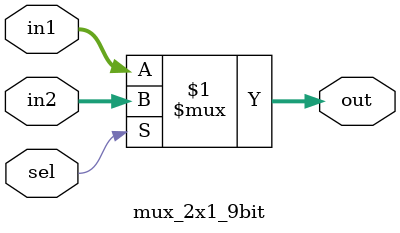
<source format=v>
`timescale 1ns / 1ps


module mux_2x1_9bit(
    input [7:0] in1,
    input [7:0] in2,
    input sel,
    output [7:0] out
    );

    assign out = sel ? in2 : in1;

endmodule

</source>
